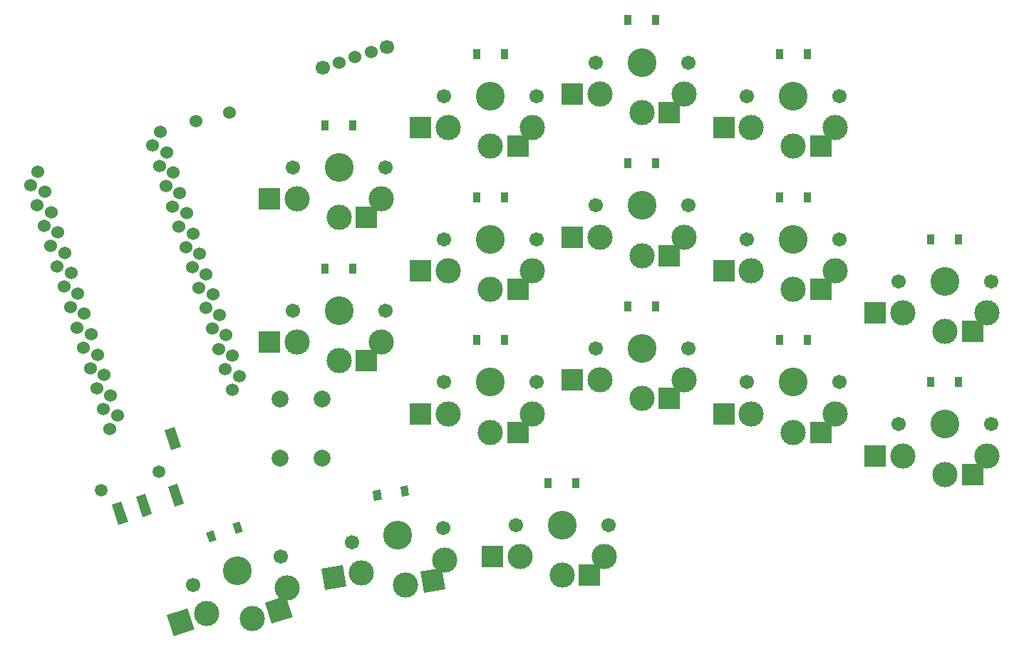
<source format=gbr>
%TF.GenerationSoftware,KiCad,Pcbnew,(5.1.8)-1*%
%TF.CreationDate,2021-08-08T13:00:59+02:00*%
%TF.ProjectId,miniki v2,6d696e69-6b69-4207-9632-2e6b69636164,rev?*%
%TF.SameCoordinates,Original*%
%TF.FileFunction,Soldermask,Bot*%
%TF.FilePolarity,Negative*%
%FSLAX46Y46*%
G04 Gerber Fmt 4.6, Leading zero omitted, Abs format (unit mm)*
G04 Created by KiCad (PCBNEW (5.1.8)-1) date 2021-08-08 13:00:59*
%MOMM*%
%LPD*%
G01*
G04 APERTURE LIST*
%ADD10R,0.900000X1.200000*%
%ADD11C,1.524000*%
%ADD12C,2.000000*%
%ADD13C,1.700000*%
%ADD14C,1.701800*%
%ADD15C,3.000000*%
%ADD16C,3.429000*%
%ADD17R,2.600000X2.600000*%
%ADD18C,0.100000*%
%ADD19C,1.500000*%
G04 APERTURE END LIST*
D10*
%TO.C,D18*%
X140350000Y-102000000D03*
X143650000Y-102000000D03*
%TD*%
%TO.C,D17*%
X140350000Y-85000000D03*
X143650000Y-85000000D03*
%TD*%
%TO.C,D15*%
X122350000Y-97000000D03*
X125650000Y-97000000D03*
%TD*%
%TO.C,D14*%
X122350000Y-80000000D03*
X125650000Y-80000000D03*
%TD*%
%TO.C,D13*%
X122350000Y-63000000D03*
X125650000Y-63000000D03*
%TD*%
%TO.C,D12*%
X94850000Y-114000000D03*
X98150000Y-114000000D03*
%TD*%
%TO.C,D11*%
X104350000Y-93000000D03*
X107650000Y-93000000D03*
%TD*%
%TO.C,D10*%
X104350000Y-76000000D03*
X107650000Y-76000000D03*
%TD*%
D11*
%TO.C,U1*%
X33393525Y-78586180D03*
X47887626Y-73876761D03*
X48756656Y-72259039D03*
X34262555Y-76968458D03*
X48672529Y-76292444D03*
X49457433Y-78708128D03*
X50242336Y-81123811D03*
X51027239Y-83539495D03*
X51812142Y-85955178D03*
X52597045Y-88370862D03*
X53381948Y-90786545D03*
X54166852Y-93202229D03*
X54951755Y-95617913D03*
X55736658Y-98033596D03*
X56521561Y-100449280D03*
X57306464Y-102864963D03*
X42812363Y-107574382D03*
X42027460Y-105158699D03*
X41242557Y-102743015D03*
X40457653Y-100327332D03*
X39672750Y-97911648D03*
X38887847Y-95495964D03*
X38102944Y-93080281D03*
X37318041Y-90664597D03*
X36533138Y-88248914D03*
X35748234Y-85833230D03*
X34963331Y-83417547D03*
X34178428Y-81001863D03*
X49522538Y-74680903D03*
X50307441Y-77096586D03*
X51092344Y-79512270D03*
X51877248Y-81927953D03*
X52662151Y-84343637D03*
X53447054Y-86759320D03*
X54231957Y-89175004D03*
X55016860Y-91590687D03*
X55801763Y-94006371D03*
X56586667Y-96422055D03*
X57371570Y-98837738D03*
X58156473Y-101253422D03*
X43681393Y-105956660D03*
X42896490Y-103540977D03*
X42111586Y-101125293D03*
X41326683Y-98709610D03*
X40541780Y-96293926D03*
X39756877Y-93878243D03*
X38971974Y-91462559D03*
X38187071Y-89046875D03*
X37402167Y-86631192D03*
X36617264Y-84215508D03*
X35832361Y-81799825D03*
X35047458Y-79384141D03*
%TD*%
D12*
%TO.C,Reset1*%
X63000000Y-104000000D03*
X68000000Y-104000000D03*
X68000000Y-111000000D03*
X63000000Y-111000000D03*
%TD*%
D13*
%TO.C,Power1*%
X75706339Y-62145898D03*
X68097887Y-64618034D03*
D11*
X73804226Y-62763932D03*
X71902113Y-63381966D03*
X70000000Y-64000000D03*
%TD*%
D14*
%TO.C,K18*%
X136500000Y-107000000D03*
X147500000Y-107000000D03*
D15*
X147000000Y-110750000D03*
D16*
X142000000Y-107000000D03*
D15*
X142000000Y-112950000D03*
X137000000Y-110750000D03*
D17*
X145275000Y-112950000D03*
X133725000Y-110750000D03*
%TD*%
D14*
%TO.C,K17*%
X136500000Y-90000000D03*
X147500000Y-90000000D03*
D15*
X147000000Y-93750000D03*
D16*
X142000000Y-90000000D03*
D15*
X142000000Y-95950000D03*
X137000000Y-93750000D03*
D17*
X145275000Y-95950000D03*
X133725000Y-93750000D03*
%TD*%
D14*
%TO.C,K15*%
X118500000Y-102000000D03*
X129500000Y-102000000D03*
D15*
X129000000Y-105750000D03*
D16*
X124000000Y-102000000D03*
D15*
X124000000Y-107950000D03*
X119000000Y-105750000D03*
D17*
X127275000Y-107950000D03*
X115725000Y-105750000D03*
%TD*%
D14*
%TO.C,K14*%
X118500000Y-85000000D03*
X129500000Y-85000000D03*
D15*
X129000000Y-88750000D03*
D16*
X124000000Y-85000000D03*
D15*
X124000000Y-90950000D03*
X119000000Y-88750000D03*
D17*
X127275000Y-90950000D03*
X115725000Y-88750000D03*
%TD*%
D14*
%TO.C,K13*%
X118500000Y-68000000D03*
X129500000Y-68000000D03*
D15*
X129000000Y-71750000D03*
D16*
X124000000Y-68000000D03*
D15*
X124000000Y-73950000D03*
X119000000Y-71750000D03*
D17*
X127275000Y-73950000D03*
X115725000Y-71750000D03*
%TD*%
D14*
%TO.C,K12*%
X91000000Y-119000000D03*
X102000000Y-119000000D03*
D15*
X101500000Y-122750000D03*
D16*
X96500000Y-119000000D03*
D15*
X96500000Y-124950000D03*
X91500000Y-122750000D03*
D17*
X99775000Y-124950000D03*
X88225000Y-122750000D03*
%TD*%
D14*
%TO.C,K11*%
X100500000Y-98000000D03*
X111500000Y-98000000D03*
D15*
X111000000Y-101750000D03*
D16*
X106000000Y-98000000D03*
D15*
X106000000Y-103950000D03*
X101000000Y-101750000D03*
D17*
X109275000Y-103950000D03*
X97725000Y-101750000D03*
%TD*%
D14*
%TO.C,K10*%
X100500000Y-81000000D03*
X111500000Y-81000000D03*
D15*
X111000000Y-84750000D03*
D16*
X106000000Y-81000000D03*
D15*
X106000000Y-86950000D03*
X101000000Y-84750000D03*
D17*
X109275000Y-86950000D03*
X97725000Y-84750000D03*
%TD*%
D14*
%TO.C,K9*%
X100500000Y-64000000D03*
X111500000Y-64000000D03*
D15*
X111000000Y-67750000D03*
D16*
X106000000Y-64000000D03*
D15*
X106000000Y-69950000D03*
X101000000Y-67750000D03*
D17*
X109275000Y-69950000D03*
X97725000Y-67750000D03*
%TD*%
D14*
%TO.C,K8*%
X71567714Y-121060390D03*
X82432286Y-119339610D03*
D15*
X82525071Y-123121659D03*
D16*
X77000000Y-120200000D03*
D15*
X77930785Y-126076746D03*
X72648188Y-124686004D03*
D18*
G36*
X80084834Y-127051783D02*
G01*
X79678104Y-124483793D01*
X82246094Y-124077063D01*
X82652824Y-126645053D01*
X80084834Y-127051783D01*
G37*
G36*
X68332878Y-126685686D02*
G01*
X67926148Y-124117696D01*
X70494138Y-123710966D01*
X70900868Y-126278956D01*
X68332878Y-126685686D01*
G37*
%TD*%
D14*
%TO.C,K7*%
X82500000Y-102000000D03*
X93500000Y-102000000D03*
D15*
X93000000Y-105750000D03*
D16*
X88000000Y-102000000D03*
D15*
X88000000Y-107950000D03*
X83000000Y-105750000D03*
D17*
X91275000Y-107950000D03*
X79725000Y-105750000D03*
%TD*%
D14*
%TO.C,K6*%
X82500000Y-85000000D03*
X93500000Y-85000000D03*
D15*
X93000000Y-88750000D03*
D16*
X88000000Y-85000000D03*
D15*
X88000000Y-90950000D03*
X83000000Y-88750000D03*
D17*
X91275000Y-90950000D03*
X79725000Y-88750000D03*
%TD*%
D14*
%TO.C,K5*%
X82500000Y-68000000D03*
X93500000Y-68000000D03*
D15*
X93000000Y-71750000D03*
D16*
X88000000Y-68000000D03*
D15*
X88000000Y-73950000D03*
X83000000Y-71750000D03*
D17*
X91275000Y-73950000D03*
X79725000Y-71750000D03*
%TD*%
D14*
%TO.C,K4*%
X52669189Y-126099593D03*
X63130811Y-122700407D03*
D15*
X63814096Y-126421377D03*
D16*
X57900000Y-124400000D03*
D15*
X59738651Y-130058786D03*
X54303531Y-129511547D03*
D18*
G36*
X62018710Y-130684852D02*
G01*
X61215265Y-128212105D01*
X63688012Y-127408660D01*
X64491457Y-129881407D01*
X62018710Y-130684852D01*
G37*
G36*
X50354170Y-132161674D02*
G01*
X49550725Y-129688927D01*
X52023472Y-128885482D01*
X52826917Y-131358229D01*
X50354170Y-132161674D01*
G37*
%TD*%
D14*
%TO.C,K2*%
X64500000Y-93500000D03*
X75500000Y-93500000D03*
D15*
X75000000Y-97250000D03*
D16*
X70000000Y-93500000D03*
D15*
X70000000Y-99450000D03*
X65000000Y-97250000D03*
D17*
X73275000Y-99450000D03*
X61725000Y-97250000D03*
%TD*%
D14*
%TO.C,K1*%
X64500000Y-76500000D03*
X75500000Y-76500000D03*
D15*
X75000000Y-80250000D03*
D16*
X70000000Y-76500000D03*
D15*
X70000000Y-82450000D03*
X65000000Y-80250000D03*
D17*
X73275000Y-82450000D03*
X61725000Y-80250000D03*
%TD*%
D18*
%TO.C,J1*%
G36*
X50092549Y-110067326D02*
G01*
X49320007Y-107689685D01*
X50461275Y-107318864D01*
X51233817Y-109696505D01*
X50092549Y-110067326D01*
G37*
G36*
X50457733Y-116783175D02*
G01*
X49685191Y-114405534D01*
X50826459Y-114034713D01*
X51599001Y-116412354D01*
X50457733Y-116783175D01*
G37*
G36*
X46653507Y-118019243D02*
G01*
X45880965Y-115641602D01*
X47022233Y-115270781D01*
X47794775Y-117648422D01*
X46653507Y-118019243D01*
G37*
G36*
X43800338Y-118946294D02*
G01*
X43027796Y-116568653D01*
X44169064Y-116197832D01*
X44941606Y-118575473D01*
X43800338Y-118946294D01*
G37*
D19*
X48648692Y-112639388D03*
X41753533Y-114879761D03*
%TD*%
D11*
%TO.C,batt-1*%
X53000000Y-71000000D03*
%TD*%
%TO.C,batt+1*%
X57000000Y-70000000D03*
%TD*%
D10*
%TO.C,D9*%
X104350000Y-59000000D03*
X107650000Y-59000000D03*
%TD*%
D18*
%TO.C,D8*%
G36*
X74219715Y-116121126D02*
G01*
X74031994Y-114935900D01*
X74920913Y-114795108D01*
X75108634Y-115980334D01*
X74219715Y-116121126D01*
G37*
G36*
X77479087Y-115604892D02*
G01*
X77291366Y-114419666D01*
X78180285Y-114278874D01*
X78368006Y-115464100D01*
X77479087Y-115604892D01*
G37*
%TD*%
D10*
%TO.C,D7*%
X86350000Y-97000000D03*
X89650000Y-97000000D03*
%TD*%
%TO.C,D6*%
X86350000Y-80000000D03*
X89650000Y-80000000D03*
%TD*%
%TO.C,D5*%
X86350000Y-63000000D03*
X89650000Y-63000000D03*
%TD*%
D18*
%TO.C,D4*%
G36*
X54588192Y-121019570D02*
G01*
X54217371Y-119878302D01*
X55073322Y-119600186D01*
X55444143Y-120741454D01*
X54588192Y-121019570D01*
G37*
G36*
X57726678Y-119999814D02*
G01*
X57355857Y-118858546D01*
X58211808Y-118580430D01*
X58582629Y-119721698D01*
X57726678Y-119999814D01*
G37*
%TD*%
D10*
%TO.C,D2*%
X68350000Y-88500000D03*
X71650000Y-88500000D03*
%TD*%
%TO.C,D1*%
X68350000Y-71500000D03*
X71650000Y-71500000D03*
%TD*%
M02*

</source>
